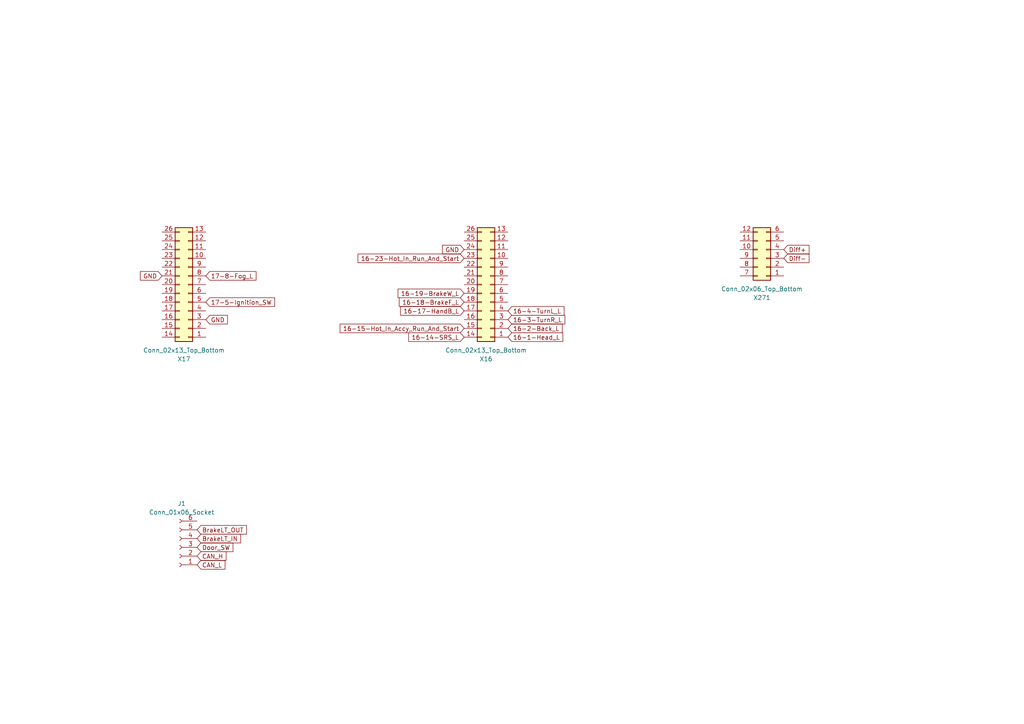
<source format=kicad_sch>
(kicad_sch (version 20231120) (generator "eeschema") (generator_version "8.0")
  (paper "A4")
  (lib_symbols
    (symbol "Connector:Conn_01x06_Socket" (pin_names (offset 1.016) hide)
      (property "Reference" "J" (at 0 7.62 0))
      (property "Value" "Conn_01x06_Socket" (at 0 -10.16 0))
      (symbol "Conn_01x06_Socket_1_1"
        (arc (start 0 -7.112) (mid -0.5058 -7.62) (end 0 -8.128) (stroke (width 0.1524)))
        (arc (start 0 -4.572) (mid -0.5058 -5.08) (end 0 -5.588) (stroke (width 0.1524)))
        (arc (start 0 -2.032) (mid -0.5058 -2.54) (end 0 -3.048) (stroke (width 0.1524)))
        (polyline (pts (xy -1.27 -7.62) (xy -0.508 -7.62)) (stroke (width 0.1524)))
        (polyline (pts (xy -1.27 -5.08) (xy -0.508 -5.08)) (stroke (width 0.1524)))
        (polyline (pts (xy -1.27 -2.54) (xy -0.508 -2.54)) (stroke (width 0.1524)))
        (polyline (pts (xy -1.27 0) (xy -0.508 0)) (stroke (width 0.1524)))
        (polyline (pts (xy -1.27 2.54) (xy -0.508 2.54)) (stroke (width 0.1524)))
        (polyline (pts (xy -1.27 5.08) (xy -0.508 5.08)) (stroke (width 0.1524)))
        (arc (start 0 0.508) (mid -0.5058 0) (end 0 -0.508) (stroke (width 0.1524)))
        (arc (start 0 3.048) (mid -0.5058 2.54) (end 0 2.032) (stroke (width 0.1524)))
        (arc (start 0 5.588) (mid -0.5058 5.08) (end 0 4.572) (stroke (width 0.1524)))
        (pin passive line (at -5.08 5.08 0) (length 3.81) (name "Pin_1") (number "1"))
        (pin passive line (at -5.08 2.54 0) (length 3.81) (name "Pin_2") (number "2"))
        (pin passive line (at -5.08 0 0) (length 3.81) (name "Pin_3") (number "3"))
        (pin passive line (at -5.08 -2.54 0) (length 3.81) (name "Pin_4") (number "4"))
        (pin passive line (at -5.08 -5.08 0) (length 3.81) (name "Pin_5") (number "5"))
        (pin passive line (at -5.08 -7.62 0) (length 3.81) (name "Pin_6") (number "6"))
      )
    )
    (symbol "Connector_Generic:Conn_02x06_Top_Bottom" (pin_names (offset 1.016) hide)
      (property "Reference" "J" (at 1.27 7.62 0))
      (property "Value" "Conn_02x06_Top_Bottom" (at 1.27 -10.16 0))
      (symbol "Conn_02x06_Top_Bottom_1_1"
        (rectangle (start -1.27 -7.493) (end 0 -7.747) (stroke (width 0.1524)))
        (rectangle (start -1.27 -4.953) (end 0 -5.207) (stroke (width 0.1524)))
        (rectangle (start -1.27 -2.413) (end 0 -2.667) (stroke (width 0.1524)))
        (rectangle (start -1.27 0.127) (end 0 -0.127) (stroke (width 0.1524)))
        (rectangle (start -1.27 2.667) (end 0 2.413) (stroke (width 0.1524)))
        (rectangle (start -1.27 5.207) (end 0 4.953) (stroke (width 0.1524)))
        (rectangle (start -1.27 6.35) (end 3.81 -8.89) (stroke (width 0.254)) (fill (type background)))
        (rectangle (start 3.81 -7.493) (end 2.54 -7.747) (stroke (width 0.1524)))
        (rectangle (start 3.81 -4.953) (end 2.54 -5.207) (stroke (width 0.1524)))
        (rectangle (start 3.81 -2.413) (end 2.54 -2.667) (stroke (width 0.1524)))
        (rectangle (start 3.81 0.127) (end 2.54 -0.127) (stroke (width 0.1524)))
        (rectangle (start 3.81 2.667) (end 2.54 2.413) (stroke (width 0.1524)))
        (rectangle (start 3.81 5.207) (end 2.54 4.953) (stroke (width 0.1524)))
        (pin passive line (at -5.08 5.08 0) (length 3.81) (name "Pin_1") (number "1"))
        (pin passive line (at 7.62 -2.54 180) (length 3.81) (name "Pin_10") (number "10"))
        (pin passive line (at 7.62 -5.08 180) (length 3.81) (name "Pin_11") (number "11"))
        (pin passive line (at 7.62 -7.62 180) (length 3.81) (name "Pin_12") (number "12"))
        (pin passive line (at -5.08 2.54 0) (length 3.81) (name "Pin_2") (number "2"))
        (pin passive line (at -5.08 0 0) (length 3.81) (name "Pin_3") (number "3"))
        (pin passive line (at -5.08 -2.54 0) (length 3.81) (name "Pin_4") (number "4"))
        (pin passive line (at -5.08 -5.08 0) (length 3.81) (name "Pin_5") (number "5"))
        (pin passive line (at -5.08 -7.62 0) (length 3.81) (name "Pin_6") (number "6"))
        (pin passive line (at 7.62 5.08 180) (length 3.81) (name "Pin_7") (number "7"))
        (pin passive line (at 7.62 2.54 180) (length 3.81) (name "Pin_8") (number "8"))
        (pin passive line (at 7.62 0 180) (length 3.81) (name "Pin_9") (number "9"))
      )
    )
    (symbol "Connector_Generic:Conn_02x13_Top_Bottom" (pin_names (offset 1.016) hide)
      (property "Reference" "J" (at 1.27 17.78 0))
      (property "Value" "Conn_02x13_Top_Bottom" (at 1.27 -17.78 0))
      (symbol "Conn_02x13_Top_Bottom_1_1"
        (rectangle (start -1.27 -15.113) (end 0 -15.367) (stroke (width 0.1524)))
        (rectangle (start -1.27 -12.573) (end 0 -12.827) (stroke (width 0.1524)))
        (rectangle (start -1.27 -10.033) (end 0 -10.287) (stroke (width 0.1524)))
        (rectangle (start -1.27 -7.493) (end 0 -7.747) (stroke (width 0.1524)))
        (rectangle (start -1.27 -4.953) (end 0 -5.207) (stroke (width 0.1524)))
        (rectangle (start -1.27 -2.413) (end 0 -2.667) (stroke (width 0.1524)))
        (rectangle (start -1.27 0.127) (end 0 -0.127) (stroke (width 0.1524)))
        (rectangle (start -1.27 2.667) (end 0 2.413) (stroke (width 0.1524)))
        (rectangle (start -1.27 5.207) (end 0 4.953) (stroke (width 0.1524)))
        (rectangle (start -1.27 7.747) (end 0 7.493) (stroke (width 0.1524)))
        (rectangle (start -1.27 10.287) (end 0 10.033) (stroke (width 0.1524)))
        (rectangle (start -1.27 12.827) (end 0 12.573) (stroke (width 0.1524)))
        (rectangle (start -1.27 15.367) (end 0 15.113) (stroke (width 0.1524)))
        (rectangle (start -1.27 16.51) (end 3.81 -16.51) (stroke (width 0.254)) (fill (type background)))
        (rectangle (start 3.81 -15.113) (end 2.54 -15.367) (stroke (width 0.1524)))
        (rectangle (start 3.81 -12.573) (end 2.54 -12.827) (stroke (width 0.1524)))
        (rectangle (start 3.81 -10.033) (end 2.54 -10.287) (stroke (width 0.1524)))
        (rectangle (start 3.81 -7.493) (end 2.54 -7.747) (stroke (width 0.1524)))
        (rectangle (start 3.81 -4.953) (end 2.54 -5.207) (stroke (width 0.1524)))
        (rectangle (start 3.81 -2.413) (end 2.54 -2.667) (stroke (width 0.1524)))
        (rectangle (start 3.81 0.127) (end 2.54 -0.127) (stroke (width 0.1524)))
        (rectangle (start 3.81 2.667) (end 2.54 2.413) (stroke (width 0.1524)))
        (rectangle (start 3.81 5.207) (end 2.54 4.953) (stroke (width 0.1524)))
        (rectangle (start 3.81 7.747) (end 2.54 7.493) (stroke (width 0.1524)))
        (rectangle (start 3.81 10.287) (end 2.54 10.033) (stroke (width 0.1524)))
        (rectangle (start 3.81 12.827) (end 2.54 12.573) (stroke (width 0.1524)))
        (rectangle (start 3.81 15.367) (end 2.54 15.113) (stroke (width 0.1524)))
        (pin passive line (at -5.08 15.24 0) (length 3.81) (name "Pin_1") (number "1"))
        (pin passive line (at -5.08 -7.62 0) (length 3.81) (name "Pin_10") (number "10"))
        (pin passive line (at -5.08 -10.16 0) (length 3.81) (name "Pin_11") (number "11"))
        (pin passive line (at -5.08 -12.7 0) (length 3.81) (name "Pin_12") (number "12"))
        (pin passive line (at -5.08 -15.24 0) (length 3.81) (name "Pin_13") (number "13"))
        (pin passive line (at 7.62 15.24 180) (length 3.81) (name "Pin_14") (number "14"))
        (pin passive line (at 7.62 12.7 180) (length 3.81) (name "Pin_15") (number "15"))
        (pin passive line (at 7.62 10.16 180) (length 3.81) (name "Pin_16") (number "16"))
        (pin passive line (at 7.62 7.62 180) (length 3.81) (name "Pin_17") (number "17"))
        (pin passive line (at 7.62 5.08 180) (length 3.81) (name "Pin_18") (number "18"))
        (pin passive line (at 7.62 2.54 180) (length 3.81) (name "Pin_19") (number "19"))
        (pin passive line (at -5.08 12.7 0) (length 3.81) (name "Pin_2") (number "2"))
        (pin passive line (at 7.62 0 180) (length 3.81) (name "Pin_20") (number "20"))
        (pin passive line (at 7.62 -2.54 180) (length 3.81) (name "Pin_21") (number "21"))
        (pin passive line (at 7.62 -5.08 180) (length 3.81) (name "Pin_22") (number "22"))
        (pin passive line (at 7.62 -7.62 180) (length 3.81) (name "Pin_23") (number "23"))
        (pin passive line (at 7.62 -10.16 180) (length 3.81) (name "Pin_24") (number "24"))
        (pin passive line (at 7.62 -12.7 180) (length 3.81) (name "Pin_25") (number "25"))
        (pin passive line (at 7.62 -15.24 180) (length 3.81) (name "Pin_26") (number "26"))
        (pin passive line (at -5.08 10.16 0) (length 3.81) (name "Pin_3") (number "3"))
        (pin passive line (at -5.08 7.62 0) (length 3.81) (name "Pin_4") (number "4"))
        (pin passive line (at -5.08 5.08 0) (length 3.81) (name "Pin_5") (number "5"))
        (pin passive line (at -5.08 2.54 0) (length 3.81) (name "Pin_6") (number "6"))
        (pin passive line (at -5.08 0 0) (length 3.81) (name "Pin_7") (number "7"))
        (pin passive line (at -5.08 -2.54 0) (length 3.81) (name "Pin_8") (number "8"))
        (pin passive line (at -5.08 -5.08 0) (length 3.81) (name "Pin_9") (number "9"))
      )
    )
  )
  (global_label "Diff+" (shape input) (at 227.33 72.39 0) (property "Intersheetrefs" "${INTERSHEET_REFS}" (effects (hide yes))))
  (global_label "CAN_L" (shape input) (at 57.15 163.83 0) (property "Intersheetrefs" "${INTERSHEET_REFS}" (effects (hide yes))))
  (global_label "16-23-Hot_In_Run_And_Start" (shape input) (at 134.62 74.93 180) (property "Intersheetrefs" "${INTERSHEET_REFS}" (effects (hide yes))))
  (global_label "16-15-Hot_In_Accy_Run_And_Start" (shape input) (at 134.62 95.25 180) (property "Intersheetrefs" "${INTERSHEET_REFS}" (effects (hide yes))))
  (global_label "GND" (shape input) (at 134.62 72.39 180) (property "Intersheetrefs" "${INTERSHEET_REFS}" (effects (hide yes))))
  (global_label "Door_SW" (shape input) (at 57.15 158.75 0) (property "Intersheetrefs" "${INTERSHEET_REFS}" (effects (hide yes))))
  (global_label "17-5-Ignition_SW" (shape input) (at 59.69 87.63 0) (property "Intersheetrefs" "${INTERSHEET_REFS}" (effects (hide yes))))
  (global_label "16-14-SRS_L" (shape input) (at 134.62 97.79 180) (property "Intersheetrefs" "${INTERSHEET_REFS}" (effects (hide yes))))
  (global_label "BrakeLT_IN" (shape input) (at 57.15 156.21 0) (property "Intersheetrefs" "${INTERSHEET_REFS}" (effects (hide yes))))
  (global_label "16-18-BrakeF_L" (shape input) (at 134.62 87.63 180) (property "Intersheetrefs" "${INTERSHEET_REFS}" (effects (hide yes))))
  (global_label "16-19-BrakeW_L" (shape input) (at 134.62 85.09 180) (property "Intersheetrefs" "${INTERSHEET_REFS}" (effects (hide yes))))
  (global_label "CAN_H" (shape input) (at 57.15 161.29 0) (property "Intersheetrefs" "${INTERSHEET_REFS}" (effects (hide yes))))
  (global_label "17-8-Fog_L" (shape input) (at 59.69 80.01 0) (property "Intersheetrefs" "${INTERSHEET_REFS}" (effects (hide yes))))
  (global_label "Diff-" (shape input) (at 227.33 74.93 0) (property "Intersheetrefs" "${INTERSHEET_REFS}" (effects (hide yes))))
  (global_label "16-4-TurnL_L" (shape input) (at 147.32 90.17 0) (property "Intersheetrefs" "${INTERSHEET_REFS}" (effects (hide yes))))
  (global_label "16-2-Back_L" (shape input) (at 147.32 95.25 0) (property "Intersheetrefs" "${INTERSHEET_REFS}" (effects (hide yes))))
  (global_label "16-17-HandB_L" (shape input) (at 134.62 90.17 180) (property "Intersheetrefs" "${INTERSHEET_REFS}" (effects (hide yes))))
  (global_label "GND" (shape input) (at 59.69 92.71 0) (property "Intersheetrefs" "${INTERSHEET_REFS}" (effects (hide yes))))
  (global_label "BrakeLT_OUT" (shape input) (at 57.15 153.67 0) (property "Intersheetrefs" "${INTERSHEET_REFS}" (effects (hide yes))))
  (global_label "GND" (shape input) (at 46.99 80.01 180) (property "Intersheetrefs" "${INTERSHEET_REFS}" (effects (hide yes))))
  (global_label "16-1-Head_L" (shape input) (at 147.32 97.79 0) (property "Intersheetrefs" "${INTERSHEET_REFS}" (effects (hide yes))))
  (global_label "16-3-TurnR_L" (shape input) (at 147.32 92.71 0) (property "Intersheetrefs" "${INTERSHEET_REFS}" (effects (hide yes))))
  (symbol (lib_id "Connector_Generic:Conn_02x13_Top_Bottom") (at 54.61 82.55 180) (unit 1)
    (property "Reference" "X17" (at 53.34 104.14 0))
    (property "Value" "Conn_02x13_Top_Bottom" (at 53.34 101.6 0))
    (property "Footprint" "Connector_PinHeader_2.54mm:PinHeader_2x13_P2.54mm_Vertical" (effects (hide yes)))
  )
  (symbol (lib_id "Connector:Conn_01x06_Socket") (at 52.07 158.75 180) (unit 1)
    (property "Reference" "J1" (at 52.705 146.05 0))
    (property "Value" "Conn_01x06_Socket" (at 52.705 148.59 0))
    (property "Footprint" "Connector_PinHeader_2.54mm:PinHeader_2x03_P2.54mm_Vertical" (effects (hide yes)))
    (property "Description" "Generic connector, single row, 01x06, script generated" (effects (hide yes)))
  )
  (symbol (lib_id "Connector_Generic:Conn_02x06_Top_Bottom") (at 222.25 74.93 180) (unit 1)
    (property "Reference" "X271" (at 220.98 86.36 0))
    (property "Value" "Conn_02x06_Top_Bottom" (at 220.98 83.82 0))
    (property "Footprint" "Connector_PinHeader_2.54mm:PinHeader_2x06_P2.54mm_Vertical" (effects (hide yes)))
  )
  (symbol (lib_id "Connector_Generic:Conn_02x13_Top_Bottom") (at 142.24 82.55 180) (unit 1)
    (property "Reference" "X16" (at 140.97 104.14 0))
    (property "Value" "Conn_02x13_Top_Bottom" (at 140.97 101.6 0))
    (property "Footprint" "Connector_PinHeader_2.54mm:PinHeader_2x13_P2.54mm_Vertical" (effects (hide yes)))
  )
)
</source>
